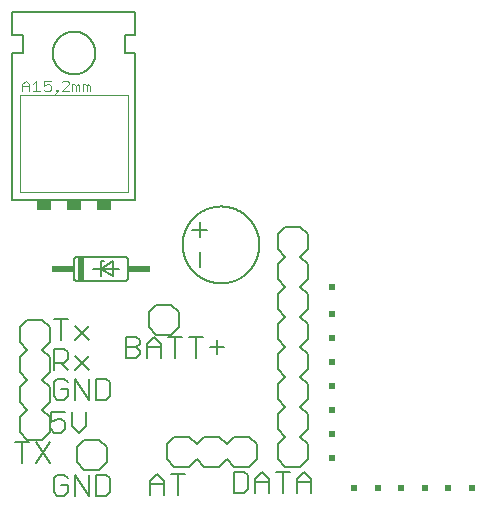
<source format=gbr>
G04 EAGLE Gerber RS-274X export*
G75*
%MOMM*%
%FSLAX34Y34*%
%LPD*%
%INSilkscreen Top*%
%IPPOS*%
%AMOC8*
5,1,8,0,0,1.08239X$1,22.5*%
G01*
%ADD10C,0.152400*%
%ADD11R,0.508000X0.508000*%
%ADD12R,0.508000X2.032000*%
%ADD13R,1.905000X0.508000*%
%ADD14C,0.203200*%
%ADD15C,0.050800*%
%ADD16C,0.101600*%
%ADD17R,1.270000X0.889000*%


D10*
X163332Y347218D02*
X163332Y359081D01*
X169264Y365013D01*
X175196Y359081D01*
X175196Y347218D01*
X175196Y356116D02*
X163332Y356116D01*
X187039Y347218D02*
X187039Y365013D01*
X181107Y365013D02*
X192971Y365013D01*
X234442Y366537D02*
X234442Y348742D01*
X243340Y348742D01*
X246305Y351708D01*
X246305Y363571D01*
X243340Y366537D01*
X234442Y366537D01*
X252217Y360605D02*
X252217Y348742D01*
X252217Y360605D02*
X258149Y366537D01*
X264080Y360605D01*
X264080Y348742D01*
X264080Y357640D02*
X252217Y357640D01*
X275923Y348742D02*
X275923Y366537D01*
X269992Y366537D02*
X281855Y366537D01*
X287767Y360605D02*
X287767Y348742D01*
X287767Y360605D02*
X293698Y366537D01*
X299630Y360605D01*
X299630Y348742D01*
X299630Y357640D02*
X287767Y357640D01*
X93905Y361031D02*
X90940Y363997D01*
X85008Y363997D01*
X82042Y361031D01*
X82042Y349168D01*
X85008Y346202D01*
X90940Y346202D01*
X93905Y349168D01*
X93905Y355100D01*
X87974Y355100D01*
X99817Y363997D02*
X99817Y346202D01*
X111680Y346202D02*
X99817Y363997D01*
X111680Y363997D02*
X111680Y346202D01*
X117592Y346202D02*
X117592Y363997D01*
X117592Y346202D02*
X126489Y346202D01*
X129455Y349168D01*
X129455Y361031D01*
X126489Y363997D01*
X117592Y363997D01*
X143002Y463042D02*
X143002Y480837D01*
X151900Y480837D01*
X154865Y477871D01*
X154865Y474905D01*
X151900Y471940D01*
X154865Y468974D01*
X154865Y466008D01*
X151900Y463042D01*
X143002Y463042D01*
X143002Y471940D02*
X151900Y471940D01*
X160777Y474905D02*
X160777Y463042D01*
X160777Y474905D02*
X166709Y480837D01*
X172640Y474905D01*
X172640Y463042D01*
X172640Y471940D02*
X160777Y471940D01*
X184483Y463042D02*
X184483Y480837D01*
X178552Y480837D02*
X190415Y480837D01*
X202258Y480837D02*
X202258Y463042D01*
X196327Y480837D02*
X208190Y480837D01*
X214101Y471940D02*
X225965Y471940D01*
X220033Y477871D02*
X220033Y466008D01*
X54954Y391937D02*
X54954Y374142D01*
X49022Y391937D02*
X60885Y391937D01*
X66797Y391937D02*
X78660Y374142D01*
X66797Y374142D02*
X78660Y391937D01*
X79502Y417337D02*
X91365Y417337D01*
X79502Y417337D02*
X79502Y408440D01*
X85434Y411405D01*
X88400Y411405D01*
X91365Y408440D01*
X91365Y402508D01*
X88400Y399542D01*
X82468Y399542D01*
X79502Y402508D01*
X97277Y405474D02*
X97277Y417337D01*
X97277Y405474D02*
X103209Y399542D01*
X109140Y405474D01*
X109140Y417337D01*
X93905Y442311D02*
X90940Y445277D01*
X85008Y445277D01*
X82042Y442311D01*
X82042Y430448D01*
X85008Y427482D01*
X90940Y427482D01*
X93905Y430448D01*
X93905Y436380D01*
X87974Y436380D01*
X99817Y445277D02*
X99817Y427482D01*
X111680Y427482D02*
X99817Y445277D01*
X111680Y445277D02*
X111680Y427482D01*
X117592Y427482D02*
X117592Y445277D01*
X117592Y427482D02*
X126489Y427482D01*
X129455Y430448D01*
X129455Y442311D01*
X126489Y445277D01*
X117592Y445277D01*
X82042Y452882D02*
X82042Y470677D01*
X90940Y470677D01*
X93905Y467711D01*
X93905Y461780D01*
X90940Y458814D01*
X82042Y458814D01*
X87974Y458814D02*
X93905Y452882D01*
X99817Y464745D02*
X111680Y452882D01*
X99817Y452882D02*
X111680Y464745D01*
X87974Y478282D02*
X87974Y496077D01*
X93905Y496077D02*
X82042Y496077D01*
X99817Y490145D02*
X111680Y478282D01*
X99817Y478282D02*
X111680Y490145D01*
D11*
X336080Y353060D03*
X356080Y353060D03*
X376080Y353060D03*
X396080Y353060D03*
X416080Y353060D03*
X436080Y353060D03*
D10*
X121920Y538480D02*
X115570Y538480D01*
X132080Y544830D02*
X132080Y532130D01*
X121920Y538480D01*
X137160Y538480D01*
X132080Y544830D02*
X121920Y538480D01*
X121920Y532130D01*
X121920Y544830D02*
X124460Y544830D01*
X121920Y544830D02*
X121920Y538480D01*
X142240Y548640D02*
X142340Y548638D01*
X142439Y548632D01*
X142539Y548622D01*
X142637Y548609D01*
X142736Y548591D01*
X142833Y548570D01*
X142929Y548545D01*
X143025Y548516D01*
X143119Y548483D01*
X143212Y548447D01*
X143303Y548407D01*
X143393Y548363D01*
X143481Y548316D01*
X143567Y548266D01*
X143651Y548212D01*
X143733Y548155D01*
X143812Y548095D01*
X143890Y548031D01*
X143964Y547965D01*
X144036Y547896D01*
X144105Y547824D01*
X144171Y547750D01*
X144235Y547672D01*
X144295Y547593D01*
X144352Y547511D01*
X144406Y547427D01*
X144456Y547341D01*
X144503Y547253D01*
X144547Y547163D01*
X144587Y547072D01*
X144623Y546979D01*
X144656Y546885D01*
X144685Y546789D01*
X144710Y546693D01*
X144731Y546596D01*
X144749Y546497D01*
X144762Y546399D01*
X144772Y546299D01*
X144778Y546200D01*
X144780Y546100D01*
X101600Y548640D02*
X101500Y548638D01*
X101401Y548632D01*
X101301Y548622D01*
X101203Y548609D01*
X101104Y548591D01*
X101007Y548570D01*
X100911Y548545D01*
X100815Y548516D01*
X100721Y548483D01*
X100628Y548447D01*
X100537Y548407D01*
X100447Y548363D01*
X100359Y548316D01*
X100273Y548266D01*
X100189Y548212D01*
X100107Y548155D01*
X100028Y548095D01*
X99950Y548031D01*
X99876Y547965D01*
X99804Y547896D01*
X99735Y547824D01*
X99669Y547750D01*
X99605Y547672D01*
X99545Y547593D01*
X99488Y547511D01*
X99434Y547427D01*
X99384Y547341D01*
X99337Y547253D01*
X99293Y547163D01*
X99253Y547072D01*
X99217Y546979D01*
X99184Y546885D01*
X99155Y546789D01*
X99130Y546693D01*
X99109Y546596D01*
X99091Y546497D01*
X99078Y546399D01*
X99068Y546299D01*
X99062Y546200D01*
X99060Y546100D01*
X99060Y530860D02*
X99062Y530760D01*
X99068Y530661D01*
X99078Y530561D01*
X99091Y530463D01*
X99109Y530364D01*
X99130Y530267D01*
X99155Y530171D01*
X99184Y530075D01*
X99217Y529981D01*
X99253Y529888D01*
X99293Y529797D01*
X99337Y529707D01*
X99384Y529619D01*
X99434Y529533D01*
X99488Y529449D01*
X99545Y529367D01*
X99605Y529288D01*
X99669Y529210D01*
X99735Y529136D01*
X99804Y529064D01*
X99876Y528995D01*
X99950Y528929D01*
X100028Y528865D01*
X100107Y528805D01*
X100189Y528748D01*
X100273Y528694D01*
X100359Y528644D01*
X100447Y528597D01*
X100537Y528553D01*
X100628Y528513D01*
X100721Y528477D01*
X100815Y528444D01*
X100911Y528415D01*
X101007Y528390D01*
X101104Y528369D01*
X101203Y528351D01*
X101301Y528338D01*
X101401Y528328D01*
X101500Y528322D01*
X101600Y528320D01*
X142240Y528320D02*
X142340Y528322D01*
X142439Y528328D01*
X142539Y528338D01*
X142637Y528351D01*
X142736Y528369D01*
X142833Y528390D01*
X142929Y528415D01*
X143025Y528444D01*
X143119Y528477D01*
X143212Y528513D01*
X143303Y528553D01*
X143393Y528597D01*
X143481Y528644D01*
X143567Y528694D01*
X143651Y528748D01*
X143733Y528805D01*
X143812Y528865D01*
X143890Y528929D01*
X143964Y528995D01*
X144036Y529064D01*
X144105Y529136D01*
X144171Y529210D01*
X144235Y529288D01*
X144295Y529367D01*
X144352Y529449D01*
X144406Y529533D01*
X144456Y529619D01*
X144503Y529707D01*
X144547Y529797D01*
X144587Y529888D01*
X144623Y529981D01*
X144656Y530075D01*
X144685Y530171D01*
X144710Y530267D01*
X144731Y530364D01*
X144749Y530463D01*
X144762Y530561D01*
X144772Y530661D01*
X144778Y530760D01*
X144780Y530860D01*
X144780Y546100D01*
X99060Y546100D02*
X99060Y530860D01*
X101600Y548640D02*
X142240Y548640D01*
X142240Y528320D02*
X101600Y528320D01*
D12*
X105410Y538480D03*
D13*
X154305Y538480D03*
X89535Y538480D03*
D14*
X271780Y542290D02*
X271780Y529590D01*
X271780Y542290D02*
X278130Y548640D01*
X290830Y548640D02*
X297180Y542290D01*
X271780Y504190D02*
X278130Y497840D01*
X271780Y504190D02*
X271780Y516890D01*
X278130Y523240D01*
X290830Y523240D02*
X297180Y516890D01*
X297180Y504190D01*
X290830Y497840D01*
X278130Y523240D02*
X271780Y529590D01*
X290830Y523240D02*
X297180Y529590D01*
X297180Y542290D01*
X271780Y466090D02*
X271780Y453390D01*
X271780Y466090D02*
X278130Y472440D01*
X290830Y472440D02*
X297180Y466090D01*
X278130Y472440D02*
X271780Y478790D01*
X271780Y491490D01*
X278130Y497840D01*
X290830Y497840D02*
X297180Y491490D01*
X297180Y478790D01*
X290830Y472440D01*
X271780Y427990D02*
X278130Y421640D01*
X271780Y427990D02*
X271780Y440690D01*
X278130Y447040D01*
X290830Y447040D02*
X297180Y440690D01*
X297180Y427990D01*
X290830Y421640D01*
X278130Y447040D02*
X271780Y453390D01*
X290830Y447040D02*
X297180Y453390D01*
X297180Y466090D01*
X271780Y389890D02*
X271780Y377190D01*
X271780Y389890D02*
X278130Y396240D01*
X290830Y396240D02*
X297180Y389890D01*
X278130Y396240D02*
X271780Y402590D01*
X271780Y415290D01*
X278130Y421640D01*
X290830Y421640D02*
X297180Y415290D01*
X297180Y402590D01*
X290830Y396240D01*
X290830Y370840D02*
X278130Y370840D01*
X271780Y377190D01*
X290830Y370840D02*
X297180Y377190D01*
X297180Y389890D01*
X271780Y554990D02*
X271780Y567690D01*
X278130Y574040D01*
X290830Y574040D01*
X297180Y567690D01*
X278130Y548640D02*
X271780Y554990D01*
X290830Y548640D02*
X297180Y554990D01*
X297180Y567690D01*
D10*
X151130Y596900D02*
X46990Y596900D01*
X46990Y755650D02*
X151130Y755650D01*
X151130Y721360D02*
X151130Y596900D01*
X151130Y721360D02*
X142240Y721360D01*
X142240Y736600D01*
X151130Y736600D01*
X151130Y755650D01*
X46990Y721360D02*
X46990Y596900D01*
X46990Y721360D02*
X55880Y721360D01*
X55880Y736600D01*
X46990Y736600D01*
X46990Y755650D01*
D15*
X53340Y603250D02*
X144780Y603250D01*
X144780Y685800D01*
X53340Y685800D01*
X53340Y603250D01*
D10*
X81026Y721360D02*
X81031Y721803D01*
X81048Y722245D01*
X81075Y722687D01*
X81113Y723128D01*
X81162Y723568D01*
X81221Y724006D01*
X81292Y724443D01*
X81373Y724878D01*
X81464Y725311D01*
X81566Y725742D01*
X81679Y726170D01*
X81803Y726595D01*
X81936Y727017D01*
X82080Y727435D01*
X82234Y727850D01*
X82399Y728261D01*
X82573Y728668D01*
X82757Y729071D01*
X82952Y729468D01*
X83155Y729861D01*
X83369Y730249D01*
X83592Y730631D01*
X83824Y731008D01*
X84065Y731379D01*
X84316Y731744D01*
X84575Y732103D01*
X84843Y732455D01*
X85120Y732801D01*
X85404Y733139D01*
X85698Y733471D01*
X85999Y733795D01*
X86308Y734112D01*
X86625Y734421D01*
X86949Y734722D01*
X87281Y735016D01*
X87619Y735300D01*
X87965Y735577D01*
X88317Y735845D01*
X88676Y736104D01*
X89041Y736355D01*
X89412Y736596D01*
X89789Y736828D01*
X90171Y737051D01*
X90559Y737265D01*
X90952Y737468D01*
X91349Y737663D01*
X91752Y737847D01*
X92159Y738021D01*
X92570Y738186D01*
X92985Y738340D01*
X93403Y738484D01*
X93825Y738617D01*
X94250Y738741D01*
X94678Y738854D01*
X95109Y738956D01*
X95542Y739047D01*
X95977Y739128D01*
X96414Y739199D01*
X96852Y739258D01*
X97292Y739307D01*
X97733Y739345D01*
X98175Y739372D01*
X98617Y739389D01*
X99060Y739394D01*
X99503Y739389D01*
X99945Y739372D01*
X100387Y739345D01*
X100828Y739307D01*
X101268Y739258D01*
X101706Y739199D01*
X102143Y739128D01*
X102578Y739047D01*
X103011Y738956D01*
X103442Y738854D01*
X103870Y738741D01*
X104295Y738617D01*
X104717Y738484D01*
X105135Y738340D01*
X105550Y738186D01*
X105961Y738021D01*
X106368Y737847D01*
X106771Y737663D01*
X107168Y737468D01*
X107561Y737265D01*
X107949Y737051D01*
X108331Y736828D01*
X108708Y736596D01*
X109079Y736355D01*
X109444Y736104D01*
X109803Y735845D01*
X110155Y735577D01*
X110501Y735300D01*
X110839Y735016D01*
X111171Y734722D01*
X111495Y734421D01*
X111812Y734112D01*
X112121Y733795D01*
X112422Y733471D01*
X112716Y733139D01*
X113000Y732801D01*
X113277Y732455D01*
X113545Y732103D01*
X113804Y731744D01*
X114055Y731379D01*
X114296Y731008D01*
X114528Y730631D01*
X114751Y730249D01*
X114965Y729861D01*
X115168Y729468D01*
X115363Y729071D01*
X115547Y728668D01*
X115721Y728261D01*
X115886Y727850D01*
X116040Y727435D01*
X116184Y727017D01*
X116317Y726595D01*
X116441Y726170D01*
X116554Y725742D01*
X116656Y725311D01*
X116747Y724878D01*
X116828Y724443D01*
X116899Y724006D01*
X116958Y723568D01*
X117007Y723128D01*
X117045Y722687D01*
X117072Y722245D01*
X117089Y721803D01*
X117094Y721360D01*
X117089Y720917D01*
X117072Y720475D01*
X117045Y720033D01*
X117007Y719592D01*
X116958Y719152D01*
X116899Y718714D01*
X116828Y718277D01*
X116747Y717842D01*
X116656Y717409D01*
X116554Y716978D01*
X116441Y716550D01*
X116317Y716125D01*
X116184Y715703D01*
X116040Y715285D01*
X115886Y714870D01*
X115721Y714459D01*
X115547Y714052D01*
X115363Y713649D01*
X115168Y713252D01*
X114965Y712859D01*
X114751Y712471D01*
X114528Y712089D01*
X114296Y711712D01*
X114055Y711341D01*
X113804Y710976D01*
X113545Y710617D01*
X113277Y710265D01*
X113000Y709919D01*
X112716Y709581D01*
X112422Y709249D01*
X112121Y708925D01*
X111812Y708608D01*
X111495Y708299D01*
X111171Y707998D01*
X110839Y707704D01*
X110501Y707420D01*
X110155Y707143D01*
X109803Y706875D01*
X109444Y706616D01*
X109079Y706365D01*
X108708Y706124D01*
X108331Y705892D01*
X107949Y705669D01*
X107561Y705455D01*
X107168Y705252D01*
X106771Y705057D01*
X106368Y704873D01*
X105961Y704699D01*
X105550Y704534D01*
X105135Y704380D01*
X104717Y704236D01*
X104295Y704103D01*
X103870Y703979D01*
X103442Y703866D01*
X103011Y703764D01*
X102578Y703673D01*
X102143Y703592D01*
X101706Y703521D01*
X101268Y703462D01*
X100828Y703413D01*
X100387Y703375D01*
X99945Y703348D01*
X99503Y703331D01*
X99060Y703326D01*
X98617Y703331D01*
X98175Y703348D01*
X97733Y703375D01*
X97292Y703413D01*
X96852Y703462D01*
X96414Y703521D01*
X95977Y703592D01*
X95542Y703673D01*
X95109Y703764D01*
X94678Y703866D01*
X94250Y703979D01*
X93825Y704103D01*
X93403Y704236D01*
X92985Y704380D01*
X92570Y704534D01*
X92159Y704699D01*
X91752Y704873D01*
X91349Y705057D01*
X90952Y705252D01*
X90559Y705455D01*
X90171Y705669D01*
X89789Y705892D01*
X89412Y706124D01*
X89041Y706365D01*
X88676Y706616D01*
X88317Y706875D01*
X87965Y707143D01*
X87619Y707420D01*
X87281Y707704D01*
X86949Y707998D01*
X86625Y708299D01*
X86308Y708608D01*
X85999Y708925D01*
X85698Y709249D01*
X85404Y709581D01*
X85120Y709919D01*
X84843Y710265D01*
X84575Y710617D01*
X84316Y710976D01*
X84065Y711341D01*
X83824Y711712D01*
X83592Y712089D01*
X83369Y712471D01*
X83155Y712859D01*
X82952Y713252D01*
X82757Y713649D01*
X82573Y714052D01*
X82399Y714459D01*
X82234Y714870D01*
X82080Y715285D01*
X81936Y715703D01*
X81803Y716125D01*
X81679Y716550D01*
X81566Y716978D01*
X81464Y717409D01*
X81373Y717842D01*
X81292Y718277D01*
X81221Y718714D01*
X81162Y719152D01*
X81113Y719592D01*
X81075Y720033D01*
X81048Y720475D01*
X81031Y720917D01*
X81026Y721360D01*
D16*
X55118Y694780D02*
X55118Y688848D01*
X55118Y694780D02*
X58084Y697746D01*
X61050Y694780D01*
X61050Y688848D01*
X61050Y693297D02*
X55118Y693297D01*
X64239Y694780D02*
X67205Y697746D01*
X67205Y688848D01*
X64239Y688848D02*
X70171Y688848D01*
X73361Y697746D02*
X79292Y697746D01*
X73361Y697746D02*
X73361Y693297D01*
X76326Y694780D01*
X77809Y694780D01*
X79292Y693297D01*
X79292Y690331D01*
X77809Y688848D01*
X74844Y688848D01*
X73361Y690331D01*
X82482Y685882D02*
X85448Y688848D01*
X85448Y690331D01*
X83965Y690331D01*
X83965Y688848D01*
X85448Y688848D01*
X88563Y688848D02*
X94495Y688848D01*
X88563Y688848D02*
X94495Y694780D01*
X94495Y696263D01*
X93012Y697746D01*
X90046Y697746D01*
X88563Y696263D01*
X97684Y694780D02*
X97684Y688848D01*
X97684Y694780D02*
X99167Y694780D01*
X100650Y693297D01*
X100650Y688848D01*
X100650Y693297D02*
X102133Y694780D01*
X103616Y693297D01*
X103616Y688848D01*
X106805Y688848D02*
X106805Y694780D01*
X108288Y694780D01*
X109771Y693297D01*
X109771Y688848D01*
X109771Y693297D02*
X111254Y694780D01*
X112737Y693297D01*
X112737Y688848D01*
D17*
X124460Y592455D03*
X99060Y592455D03*
X73660Y592455D03*
D14*
X205740Y552450D02*
X205740Y539750D01*
X191020Y558800D02*
X191030Y559598D01*
X191059Y560395D01*
X191108Y561191D01*
X191176Y561986D01*
X191264Y562778D01*
X191372Y563569D01*
X191498Y564356D01*
X191644Y565140D01*
X191810Y565921D01*
X191994Y566697D01*
X192197Y567468D01*
X192419Y568234D01*
X192660Y568995D01*
X192920Y569749D01*
X193198Y570497D01*
X193494Y571237D01*
X193808Y571970D01*
X194140Y572696D01*
X194490Y573412D01*
X194858Y574120D01*
X195242Y574819D01*
X195644Y575508D01*
X196062Y576187D01*
X196497Y576856D01*
X196948Y577514D01*
X197416Y578160D01*
X197899Y578795D01*
X198397Y579418D01*
X198911Y580028D01*
X199439Y580626D01*
X199982Y581210D01*
X200539Y581781D01*
X201110Y582338D01*
X201694Y582881D01*
X202292Y583409D01*
X202902Y583923D01*
X203525Y584421D01*
X204160Y584904D01*
X204806Y585372D01*
X205464Y585823D01*
X206133Y586258D01*
X206812Y586676D01*
X207501Y587078D01*
X208200Y587462D01*
X208908Y587830D01*
X209624Y588180D01*
X210350Y588512D01*
X211083Y588826D01*
X211823Y589122D01*
X212571Y589400D01*
X213325Y589660D01*
X214086Y589901D01*
X214852Y590123D01*
X215623Y590326D01*
X216399Y590510D01*
X217180Y590676D01*
X217964Y590822D01*
X218751Y590948D01*
X219542Y591056D01*
X220334Y591144D01*
X221129Y591212D01*
X221925Y591261D01*
X222722Y591290D01*
X223520Y591300D01*
X224318Y591290D01*
X225115Y591261D01*
X225911Y591212D01*
X226706Y591144D01*
X227498Y591056D01*
X228289Y590948D01*
X229076Y590822D01*
X229860Y590676D01*
X230641Y590510D01*
X231417Y590326D01*
X232188Y590123D01*
X232954Y589901D01*
X233715Y589660D01*
X234469Y589400D01*
X235217Y589122D01*
X235957Y588826D01*
X236690Y588512D01*
X237416Y588180D01*
X238132Y587830D01*
X238840Y587462D01*
X239539Y587078D01*
X240228Y586676D01*
X240907Y586258D01*
X241576Y585823D01*
X242234Y585372D01*
X242880Y584904D01*
X243515Y584421D01*
X244138Y583923D01*
X244748Y583409D01*
X245346Y582881D01*
X245930Y582338D01*
X246501Y581781D01*
X247058Y581210D01*
X247601Y580626D01*
X248129Y580028D01*
X248643Y579418D01*
X249141Y578795D01*
X249624Y578160D01*
X250092Y577514D01*
X250543Y576856D01*
X250978Y576187D01*
X251396Y575508D01*
X251798Y574819D01*
X252182Y574120D01*
X252550Y573412D01*
X252900Y572696D01*
X253232Y571970D01*
X253546Y571237D01*
X253842Y570497D01*
X254120Y569749D01*
X254380Y568995D01*
X254621Y568234D01*
X254843Y567468D01*
X255046Y566697D01*
X255230Y565921D01*
X255396Y565140D01*
X255542Y564356D01*
X255668Y563569D01*
X255776Y562778D01*
X255864Y561986D01*
X255932Y561191D01*
X255981Y560395D01*
X256010Y559598D01*
X256020Y558800D01*
X256010Y558002D01*
X255981Y557205D01*
X255932Y556409D01*
X255864Y555614D01*
X255776Y554822D01*
X255668Y554031D01*
X255542Y553244D01*
X255396Y552460D01*
X255230Y551679D01*
X255046Y550903D01*
X254843Y550132D01*
X254621Y549366D01*
X254380Y548605D01*
X254120Y547851D01*
X253842Y547103D01*
X253546Y546363D01*
X253232Y545630D01*
X252900Y544904D01*
X252550Y544188D01*
X252182Y543480D01*
X251798Y542781D01*
X251396Y542092D01*
X250978Y541413D01*
X250543Y540744D01*
X250092Y540086D01*
X249624Y539440D01*
X249141Y538805D01*
X248643Y538182D01*
X248129Y537572D01*
X247601Y536974D01*
X247058Y536390D01*
X246501Y535819D01*
X245930Y535262D01*
X245346Y534719D01*
X244748Y534191D01*
X244138Y533677D01*
X243515Y533179D01*
X242880Y532696D01*
X242234Y532228D01*
X241576Y531777D01*
X240907Y531342D01*
X240228Y530924D01*
X239539Y530522D01*
X238840Y530138D01*
X238132Y529770D01*
X237416Y529420D01*
X236690Y529088D01*
X235957Y528774D01*
X235217Y528478D01*
X234469Y528200D01*
X233715Y527940D01*
X232954Y527699D01*
X232188Y527477D01*
X231417Y527274D01*
X230641Y527090D01*
X229860Y526924D01*
X229076Y526778D01*
X228289Y526652D01*
X227498Y526544D01*
X226706Y526456D01*
X225911Y526388D01*
X225115Y526339D01*
X224318Y526310D01*
X223520Y526300D01*
X222722Y526310D01*
X221925Y526339D01*
X221129Y526388D01*
X220334Y526456D01*
X219542Y526544D01*
X218751Y526652D01*
X217964Y526778D01*
X217180Y526924D01*
X216399Y527090D01*
X215623Y527274D01*
X214852Y527477D01*
X214086Y527699D01*
X213325Y527940D01*
X212571Y528200D01*
X211823Y528478D01*
X211083Y528774D01*
X210350Y529088D01*
X209624Y529420D01*
X208908Y529770D01*
X208200Y530138D01*
X207501Y530522D01*
X206812Y530924D01*
X206133Y531342D01*
X205464Y531777D01*
X204806Y532228D01*
X204160Y532696D01*
X203525Y533179D01*
X202902Y533677D01*
X202292Y534191D01*
X201694Y534719D01*
X201110Y535262D01*
X200539Y535819D01*
X199982Y536390D01*
X199439Y536974D01*
X198911Y537572D01*
X198397Y538182D01*
X197899Y538805D01*
X197416Y539440D01*
X196948Y540086D01*
X196497Y540744D01*
X196062Y541413D01*
X195644Y542092D01*
X195242Y542781D01*
X194858Y543480D01*
X194490Y544188D01*
X194140Y544904D01*
X193808Y545630D01*
X193494Y546363D01*
X193198Y547103D01*
X192920Y547851D01*
X192660Y548605D01*
X192419Y549366D01*
X192197Y550132D01*
X191994Y550903D01*
X191810Y551679D01*
X191644Y552460D01*
X191498Y553244D01*
X191372Y554031D01*
X191264Y554822D01*
X191176Y555614D01*
X191108Y556409D01*
X191059Y557205D01*
X191030Y558002D01*
X191020Y558800D01*
X205740Y565150D02*
X205740Y577850D01*
X199390Y571500D02*
X212090Y571500D01*
X234950Y396240D02*
X228600Y389890D01*
X234950Y396240D02*
X247650Y396240D01*
X254000Y389890D01*
X254000Y377190D02*
X247650Y370840D01*
X234950Y370840D01*
X228600Y377190D01*
X196850Y396240D02*
X184150Y396240D01*
X196850Y396240D02*
X203200Y389890D01*
X203200Y377190D02*
X196850Y370840D01*
X203200Y389890D02*
X209550Y396240D01*
X222250Y396240D01*
X228600Y389890D01*
X228600Y377190D02*
X222250Y370840D01*
X209550Y370840D01*
X203200Y377190D01*
X177800Y377190D02*
X177800Y389890D01*
X184150Y396240D01*
X177800Y377190D02*
X184150Y370840D01*
X196850Y370840D01*
X254000Y377190D02*
X254000Y389890D01*
X187960Y501650D02*
X181610Y508000D01*
X168910Y508000D01*
X162560Y501650D01*
X162560Y488950D01*
X168910Y482600D01*
X181610Y482600D01*
X187960Y488950D01*
X187960Y501650D01*
X120650Y393700D02*
X127000Y387350D01*
X120650Y393700D02*
X107950Y393700D01*
X101600Y387350D01*
X101600Y374650D01*
X107950Y368300D01*
X120650Y368300D01*
X127000Y374650D01*
X127000Y387350D01*
X78740Y400050D02*
X78740Y412750D01*
X78740Y400050D02*
X72390Y393700D01*
X59690Y393700D02*
X53340Y400050D01*
X78740Y438150D02*
X72390Y444500D01*
X78740Y438150D02*
X78740Y425450D01*
X72390Y419100D01*
X59690Y419100D02*
X53340Y425450D01*
X53340Y438150D01*
X59690Y444500D01*
X72390Y419100D02*
X78740Y412750D01*
X59690Y419100D02*
X53340Y412750D01*
X53340Y400050D01*
X78740Y476250D02*
X78740Y488950D01*
X78740Y476250D02*
X72390Y469900D01*
X59690Y469900D02*
X53340Y476250D01*
X72390Y469900D02*
X78740Y463550D01*
X78740Y450850D01*
X72390Y444500D01*
X59690Y444500D02*
X53340Y450850D01*
X53340Y463550D01*
X59690Y469900D01*
X59690Y495300D02*
X72390Y495300D01*
X78740Y488950D01*
X59690Y495300D02*
X53340Y488950D01*
X53340Y476250D01*
X59690Y393700D02*
X72390Y393700D01*
D11*
X317500Y378460D03*
X317500Y398780D03*
X317500Y419100D03*
X317500Y439420D03*
X317500Y459740D03*
X317500Y480060D03*
X317500Y500380D03*
X317500Y523240D03*
M02*

</source>
